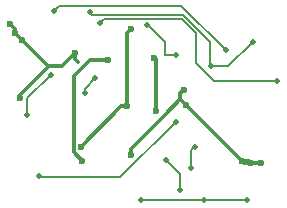
<source format=gbl>
%TF.GenerationSoftware,KiCad,Pcbnew,6.0.4-6f826c9f35~116~ubuntu20.04.1*%
%TF.CreationDate,2022-03-30T22:07:09-04:00*%
%TF.ProjectId,v0.1_TACS_board,76302e31-5f54-4414-9353-5f626f617264,rev?*%
%TF.SameCoordinates,Original*%
%TF.FileFunction,Copper,L2,Bot*%
%TF.FilePolarity,Positive*%
%FSLAX46Y46*%
G04 Gerber Fmt 4.6, Leading zero omitted, Abs format (unit mm)*
G04 Created by KiCad (PCBNEW 6.0.4-6f826c9f35~116~ubuntu20.04.1) date 2022-03-30 22:07:09*
%MOMM*%
%LPD*%
G01*
G04 APERTURE LIST*
%TA.AperFunction,ViaPad*%
%ADD10C,0.500000*%
%TD*%
%TA.AperFunction,ViaPad*%
%ADD11C,0.600000*%
%TD*%
%TA.AperFunction,Conductor*%
%ADD12C,0.150000*%
%TD*%
%TA.AperFunction,Conductor*%
%ADD13C,0.300000*%
%TD*%
G04 APERTURE END LIST*
D10*
%TO.N,/SET_V_GPIO*%
X63600000Y-50000000D03*
D11*
%TO.N,-9V*%
X71434382Y-37546848D03*
D10*
%TO.N,Net-(R1-Pad2)*%
X72775500Y-37224500D03*
X75200000Y-39700000D03*
%TO.N,Net-(Q5-Pad3)*%
X83800000Y-41900000D03*
X68800000Y-37000000D03*
%TO.N,Net-(Q1-Pad1)*%
X67900000Y-36100000D03*
D11*
%TO.N,-BATT*%
X71400000Y-48200000D03*
%TO.N,+9V*%
X69500000Y-40200000D03*
X67300000Y-48700000D03*
%TO.N,-BATT*%
X61200000Y-37100000D03*
X62200000Y-38500000D03*
X61600000Y-37900000D03*
%TO.N,+9V*%
X73400000Y-40000000D03*
X73500000Y-44500000D03*
%TO.N,-BATT*%
X80800000Y-48700000D03*
X81600000Y-48900000D03*
X75900000Y-42700000D03*
X76100000Y-44000000D03*
X82400000Y-48900000D03*
D10*
%TO.N,Net-(Q2-Pad1)*%
X77575489Y-52024511D03*
%TO.N,Net-(C4-Pad2)*%
X68400000Y-41700000D03*
X67500000Y-43000000D03*
%TO.N,Net-(Q2-Pad2)*%
X76500000Y-49300000D03*
X76800000Y-47500000D03*
D11*
%TO.N,-BATT*%
X66700000Y-39600000D03*
X62025500Y-43400000D03*
%TO.N,-9V*%
X71100000Y-44100000D03*
X67200000Y-47500000D03*
D10*
%TO.N,Net-(Q1-Pad3)*%
X64925000Y-36000000D03*
X79424500Y-39349500D03*
%TO.N,Net-(Q1-Pad1)*%
X78200000Y-40700000D03*
X81700000Y-38600000D03*
%TO.N,/SET_V_GPIO*%
X75200000Y-45400000D03*
%TO.N,Net-(C2-Pad1)*%
X64600000Y-41400000D03*
X62600000Y-44800000D03*
%TO.N,Net-(Q3-Pad1)*%
X75600000Y-51200000D03*
X74400000Y-48600000D03*
%TO.N,Net-(Q2-Pad1)*%
X72300000Y-52000000D03*
X81200000Y-52000000D03*
%TD*%
D12*
%TO.N,/SET_V_GPIO*%
X63700000Y-50100000D02*
X63600000Y-50000000D01*
X70500000Y-50100000D02*
X63700000Y-50100000D01*
D13*
%TO.N,-9V*%
X71434382Y-37546848D02*
X71100000Y-37881230D01*
X71100000Y-37881230D02*
X71100000Y-44100000D01*
D12*
%TO.N,Net-(R1-Pad2)*%
X72775500Y-37224500D02*
X72824500Y-37224500D01*
X72824500Y-37224500D02*
X74281630Y-38681630D01*
X74281630Y-38681630D02*
X74281630Y-39700000D01*
X74281630Y-39700000D02*
X75200000Y-39700000D01*
%TO.N,Net-(Q5-Pad3)*%
X78400000Y-41900000D02*
X83800000Y-41900000D01*
X76900000Y-40400000D02*
X78400000Y-41900000D01*
X69500000Y-36700000D02*
X75700000Y-36700000D01*
X75700000Y-36700000D02*
X76900000Y-37900000D01*
X76900000Y-37900000D02*
X76900000Y-40400000D01*
X69100000Y-36700000D02*
X69500000Y-36700000D01*
X68800000Y-37000000D02*
X69100000Y-36700000D01*
%TO.N,Net-(Q1-Pad3)*%
X64925000Y-36000000D02*
X65349511Y-35575489D01*
X65349511Y-35575489D02*
X75650489Y-35575489D01*
X75650489Y-35575489D02*
X79424500Y-39349500D01*
%TO.N,Net-(Q1-Pad1)*%
X68149520Y-36349520D02*
X67900000Y-36100000D01*
X72100000Y-36349520D02*
X68149520Y-36349520D01*
X75849520Y-36349520D02*
X72100000Y-36349520D01*
X78100000Y-38600000D02*
X75849520Y-36349520D01*
X78200000Y-40700000D02*
X78100000Y-40600000D01*
X78100000Y-40600000D02*
X78100000Y-38600000D01*
D13*
%TO.N,-BATT*%
X71400000Y-47700000D02*
X71400000Y-48200000D01*
X74300000Y-44800000D02*
X71400000Y-47700000D01*
X75600000Y-43500000D02*
X74300000Y-44800000D01*
%TO.N,+9V*%
X67918548Y-40200000D02*
X69500000Y-40200000D01*
X66918548Y-41200000D02*
X67918548Y-40200000D01*
X66900000Y-41200000D02*
X66918548Y-41200000D01*
X67300000Y-48700000D02*
X66550489Y-47950489D01*
X66550489Y-47950489D02*
X66550489Y-41549511D01*
X66550489Y-41549511D02*
X66900000Y-41200000D01*
%TO.N,-BATT*%
X61600000Y-37900000D02*
X61600000Y-37500000D01*
X61600000Y-37500000D02*
X61200000Y-37100000D01*
X66700000Y-39600000D02*
X66700000Y-40100000D01*
X66700000Y-40100000D02*
X66900000Y-40300000D01*
X61600000Y-37900000D02*
X64400000Y-40700000D01*
X64400000Y-40700000D02*
X64700000Y-40700000D01*
%TO.N,+9V*%
X73500000Y-44500000D02*
X73500000Y-40100000D01*
X73500000Y-40100000D02*
X73400000Y-40000000D01*
%TO.N,-BATT*%
X80800000Y-48700000D02*
X81400000Y-48700000D01*
X81400000Y-48700000D02*
X81600000Y-48900000D01*
X82400000Y-48900000D02*
X81600000Y-48900000D01*
X75900000Y-42700000D02*
X75600000Y-43000000D01*
X75600000Y-43000000D02*
X75600000Y-43500000D01*
X82400000Y-48900000D02*
X81000000Y-48900000D01*
X81000000Y-48900000D02*
X75600000Y-43500000D01*
X82400000Y-48900000D02*
X81000000Y-48900000D01*
D12*
%TO.N,Net-(Q2-Pad1)*%
X77575489Y-52024511D02*
X72324511Y-52024511D01*
%TO.N,Net-(C4-Pad2)*%
X68400000Y-41700000D02*
X67500000Y-42600000D01*
X67500000Y-42600000D02*
X67500000Y-43000000D01*
%TO.N,Net-(Q2-Pad2)*%
X76800000Y-47500000D02*
X76500000Y-47800000D01*
X76500000Y-47800000D02*
X76500000Y-49300000D01*
D13*
%TO.N,-BATT*%
X64452162Y-40700000D02*
X64700000Y-40700000D01*
X62025500Y-43126662D02*
X64452162Y-40700000D01*
X62025500Y-43400000D02*
X62025500Y-43126662D01*
X64700000Y-40700000D02*
X65600000Y-40700000D01*
X65600000Y-40700000D02*
X66700000Y-39600000D01*
%TO.N,-9V*%
X70600000Y-44100000D02*
X71100000Y-44100000D01*
X67200000Y-47500000D02*
X70600000Y-44100000D01*
D12*
%TO.N,Net-(Q1-Pad1)*%
X79600000Y-40700000D02*
X78200000Y-40700000D01*
X81700000Y-38600000D02*
X79600000Y-40700000D01*
%TO.N,/SET_V_GPIO*%
X70500000Y-50100000D02*
X75200000Y-45400000D01*
%TO.N,Net-(C2-Pad1)*%
X62600000Y-43400000D02*
X64600000Y-41400000D01*
X62600000Y-44800000D02*
X62600000Y-43400000D01*
%TO.N,Net-(Q3-Pad1)*%
X75600000Y-49800000D02*
X75600000Y-51200000D01*
X74400000Y-48600000D02*
X75600000Y-49800000D01*
%TO.N,Net-(Q2-Pad1)*%
X81200000Y-52000000D02*
X81175489Y-52024511D01*
X72324511Y-52024511D02*
X72300000Y-52000000D01*
X81175489Y-52024511D02*
X77575489Y-52024511D01*
%TD*%
M02*

</source>
